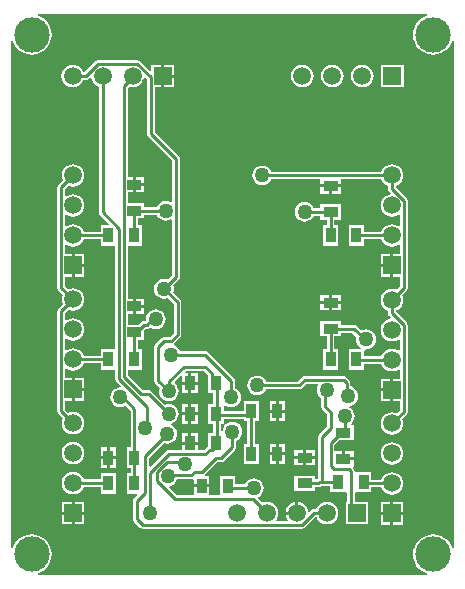
<source format=gbl>
G04*
G04 #@! TF.GenerationSoftware,Altium Limited,Altium Designer,22.7.1 (60)*
G04*
G04 Layer_Physical_Order=2*
G04 Layer_Color=16711680*
%FSAX44Y44*%
%MOMM*%
G71*
G04*
G04 #@! TF.SameCoordinates,3CFCEF84-9AD2-427F-86DD-3E0EAD2CE166*
G04*
G04*
G04 #@! TF.FilePolarity,Positive*
G04*
G01*
G75*
%ADD13C,0.2540*%
%ADD31R,1.3000X0.9000*%
%ADD42R,1.5000X1.5000*%
%ADD43C,1.5000*%
%ADD44R,1.5000X1.5000*%
%ADD45C,1.2700*%
%ADD46C,3.0000*%
%ADD47R,0.9000X1.3000*%
G36*
X00764779Y01136181D02*
X00763463Y01135782D01*
X00760510Y01134203D01*
X00757921Y01132079D01*
X00755797Y01129490D01*
X00754218Y01126537D01*
X00753246Y01123333D01*
X00752918Y01120000D01*
X00753246Y01116667D01*
X00754218Y01113463D01*
X00755797Y01110510D01*
X00757921Y01107921D01*
X00760510Y01105797D01*
X00763463Y01104218D01*
X00766667Y01103246D01*
X00770000Y01102918D01*
X00773333Y01103246D01*
X00776537Y01104218D01*
X00779490Y01105797D01*
X00782079Y01107921D01*
X00784203Y01110510D01*
X00785782Y01113463D01*
X00786181Y01114779D01*
X00787451Y01114591D01*
Y00685409D01*
X00786181Y00685221D01*
X00785782Y00686537D01*
X00784203Y00689490D01*
X00782079Y00692079D01*
X00779490Y00694203D01*
X00776537Y00695782D01*
X00773333Y00696754D01*
X00770000Y00697082D01*
X00766667Y00696754D01*
X00763463Y00695782D01*
X00760510Y00694203D01*
X00757921Y00692079D01*
X00755797Y00689490D01*
X00754218Y00686537D01*
X00753246Y00683333D01*
X00752918Y00680000D01*
X00753246Y00676667D01*
X00754218Y00673463D01*
X00755797Y00670510D01*
X00757921Y00667921D01*
X00760510Y00665797D01*
X00763463Y00664218D01*
X00764779Y00663819D01*
X00764591Y00662549D01*
X00435409D01*
X00435221Y00663819D01*
X00436537Y00664218D01*
X00439490Y00665797D01*
X00442079Y00667921D01*
X00444203Y00670510D01*
X00445782Y00673463D01*
X00446754Y00676667D01*
X00447082Y00680000D01*
X00446754Y00683333D01*
X00445782Y00686537D01*
X00444203Y00689490D01*
X00442079Y00692079D01*
X00439490Y00694203D01*
X00436537Y00695782D01*
X00433333Y00696754D01*
X00430000Y00697082D01*
X00426667Y00696754D01*
X00423463Y00695782D01*
X00420510Y00694203D01*
X00417921Y00692079D01*
X00415797Y00689490D01*
X00414218Y00686537D01*
X00413819Y00685221D01*
X00412549Y00685409D01*
Y01114591D01*
X00413819Y01114779D01*
X00414218Y01113463D01*
X00415797Y01110510D01*
X00417921Y01107921D01*
X00420510Y01105797D01*
X00423463Y01104218D01*
X00426667Y01103246D01*
X00430000Y01102918D01*
X00433333Y01103246D01*
X00436537Y01104218D01*
X00439490Y01105797D01*
X00442079Y01107921D01*
X00444203Y01110510D01*
X00445782Y01113463D01*
X00446754Y01116667D01*
X00447082Y01120000D01*
X00446754Y01123333D01*
X00445782Y01126537D01*
X00444203Y01129490D01*
X00442079Y01132079D01*
X00439490Y01134203D01*
X00436537Y01135782D01*
X00435221Y01136181D01*
X00435409Y01137451D01*
X00764591D01*
X00764779Y01136181D01*
D02*
G37*
%LPC*%
G36*
X00519550Y01098354D02*
X00485850D01*
X00484574Y01098100D01*
X00483492Y01097377D01*
X00474642Y01088527D01*
X00473364Y01088667D01*
X00472898Y01089791D01*
X00471376Y01091775D01*
X00469391Y01093298D01*
X00467080Y01094255D01*
X00464600Y01094582D01*
X00462120Y01094255D01*
X00459809Y01093298D01*
X00457825Y01091775D01*
X00456302Y01089791D01*
X00455345Y01087480D01*
X00455018Y01085000D01*
X00455345Y01082520D01*
X00456302Y01080209D01*
X00457825Y01078224D01*
X00459809Y01076702D01*
X00462120Y01075744D01*
X00464600Y01075418D01*
X00467080Y01075744D01*
X00469391Y01076702D01*
X00471376Y01078224D01*
X00472898Y01080209D01*
X00473535Y01081746D01*
X00475910D01*
X00477186Y01082000D01*
X00478268Y01082723D01*
X00479418Y01083873D01*
X00480620Y01083465D01*
X00480745Y01082520D01*
X00481702Y01080209D01*
X00483225Y01078224D01*
X00485209Y01076702D01*
X00486666Y01076098D01*
Y00969564D01*
X00486920Y00968288D01*
X00487643Y00967206D01*
X00495176Y00959673D01*
X00494689Y00958500D01*
X00488500D01*
Y00953334D01*
X00473902D01*
X00473298Y00954791D01*
X00471776Y00956776D01*
X00469791Y00958298D01*
X00467480Y00959256D01*
X00465000Y00959582D01*
X00462520Y00959256D01*
X00460209Y00958298D01*
X00459453Y00957718D01*
X00458314Y00958280D01*
Y00967120D01*
X00459453Y00967682D01*
X00460209Y00967102D01*
X00462520Y00966144D01*
X00465000Y00965818D01*
X00467480Y00966144D01*
X00469791Y00967102D01*
X00471776Y00968625D01*
X00473298Y00970609D01*
X00474255Y00972920D01*
X00474582Y00975400D01*
X00474255Y00977880D01*
X00473298Y00980191D01*
X00471776Y00982176D01*
X00469791Y00983698D01*
X00467480Y00984656D01*
X00465000Y00984982D01*
X00462520Y00984656D01*
X00460209Y00983698D01*
X00459453Y00983118D01*
X00458314Y00983680D01*
Y00989399D01*
X00461063Y00992148D01*
X00462520Y00991544D01*
X00465000Y00991218D01*
X00467480Y00991544D01*
X00469791Y00992502D01*
X00471776Y00994025D01*
X00473298Y00996009D01*
X00474255Y00998320D01*
X00474582Y01000800D01*
X00474255Y01003280D01*
X00473298Y01005591D01*
X00471776Y01007576D01*
X00469791Y01009098D01*
X00467480Y01010055D01*
X00465000Y01010382D01*
X00462520Y01010055D01*
X00460209Y01009098D01*
X00458225Y01007576D01*
X00456702Y01005591D01*
X00455745Y01003280D01*
X00455418Y01000800D01*
X00455745Y00998320D01*
X00456348Y00996863D01*
X00452622Y00993138D01*
X00451900Y00992056D01*
X00451646Y00990780D01*
Y00905820D01*
X00451900Y00904544D01*
X00452622Y00903463D01*
X00456348Y00899737D01*
X00455745Y00898280D01*
X00455418Y00895800D01*
X00455745Y00893320D01*
X00456348Y00891863D01*
X00452622Y00888138D01*
X00451900Y00887056D01*
X00451646Y00885780D01*
Y00801220D01*
X00451900Y00799944D01*
X00452622Y00798863D01*
X00456348Y00795137D01*
X00455745Y00793680D01*
X00455418Y00791200D01*
X00455745Y00788720D01*
X00456702Y00786409D01*
X00458225Y00784425D01*
X00460209Y00782902D01*
X00462520Y00781945D01*
X00465000Y00781618D01*
X00467480Y00781945D01*
X00469791Y00782902D01*
X00471776Y00784425D01*
X00473298Y00786409D01*
X00474255Y00788720D01*
X00474582Y00791200D01*
X00474255Y00793680D01*
X00473298Y00795991D01*
X00471776Y00797975D01*
X00469791Y00799498D01*
X00467480Y00800455D01*
X00465000Y00800782D01*
X00462520Y00800455D01*
X00461063Y00799852D01*
X00458314Y00802601D01*
Y00810100D01*
X00463730D01*
Y00819600D01*
Y00829100D01*
X00458314D01*
Y00836720D01*
X00459453Y00837282D01*
X00460209Y00836702D01*
X00462520Y00835745D01*
X00465000Y00835418D01*
X00467480Y00835745D01*
X00469791Y00836702D01*
X00471776Y00838225D01*
X00473298Y00840209D01*
X00473902Y00841666D01*
X00488500D01*
Y00836500D01*
X00500856D01*
Y00828354D01*
X00501110Y00827078D01*
X00501832Y00825997D01*
X00505263Y00822566D01*
X00504656Y00821377D01*
X00502820Y00821135D01*
X00500789Y00820294D01*
X00499045Y00818955D01*
X00497706Y00817211D01*
X00496865Y00815180D01*
X00496578Y00813000D01*
X00496865Y00810820D01*
X00497706Y00808789D01*
X00499045Y00807045D01*
X00500789Y00805706D01*
X00502820Y00804865D01*
X00505000Y00804578D01*
X00507180Y00804865D01*
X00509211Y00805706D01*
X00509419Y00805866D01*
X00513666Y00801619D01*
Y00770500D01*
X00510500D01*
Y00753500D01*
X00513666D01*
Y00748500D01*
X00510500D01*
Y00731500D01*
X00519126D01*
X00519612Y00730327D01*
X00516642Y00727357D01*
X00515920Y00726276D01*
X00515666Y00725000D01*
Y00710000D01*
X00515920Y00708724D01*
X00516642Y00707643D01*
X00521662Y00702622D01*
X00522744Y00701900D01*
X00524020Y00701646D01*
X00658750D01*
X00660026Y00701900D01*
X00661108Y00702622D01*
X00669958Y00711473D01*
X00671236Y00711333D01*
X00671702Y00710209D01*
X00673225Y00708224D01*
X00675209Y00706702D01*
X00677520Y00705744D01*
X00680000Y00705418D01*
X00682480Y00705744D01*
X00684791Y00706702D01*
X00686776Y00708224D01*
X00688298Y00710209D01*
X00689256Y00712520D01*
X00689582Y00715000D01*
X00689256Y00717480D01*
X00688298Y00719791D01*
X00686776Y00721775D01*
X00684791Y00723298D01*
X00682480Y00724255D01*
X00680000Y00724582D01*
X00677520Y00724255D01*
X00675209Y00723298D01*
X00673225Y00721775D01*
X00671702Y00719791D01*
X00671065Y00718254D01*
X00668690D01*
X00667414Y00718000D01*
X00666332Y00717277D01*
X00665182Y00716127D01*
X00663980Y00716535D01*
X00663856Y00717480D01*
X00662898Y00719791D01*
X00661376Y00721775D01*
X00659391Y00723298D01*
X00657080Y00724255D01*
X00655870Y00724415D01*
Y00715000D01*
X00654600D01*
Y00713730D01*
X00645185D01*
X00645345Y00712520D01*
X00646302Y00710209D01*
X00646882Y00709453D01*
X00646320Y00708314D01*
X00637480D01*
X00636918Y00709453D01*
X00637498Y00710209D01*
X00638456Y00712520D01*
X00638782Y00715000D01*
X00638456Y00717480D01*
X00637498Y00719791D01*
X00635975Y00721775D01*
X00633991Y00723298D01*
X00631680Y00724255D01*
X00629200Y00724582D01*
X00626720Y00724255D01*
X00625263Y00723652D01*
X00621603Y00727312D01*
X00621851Y00728557D01*
X00622211Y00728706D01*
X00623955Y00730045D01*
X00625294Y00731789D01*
X00626135Y00733820D01*
X00626422Y00736000D01*
X00626135Y00738180D01*
X00625294Y00740211D01*
X00623955Y00741955D01*
X00622211Y00743294D01*
X00620180Y00744135D01*
X00618000Y00744422D01*
X00615820Y00744135D01*
X00613789Y00743294D01*
X00612045Y00741955D01*
X00610706Y00740211D01*
X00610343Y00739334D01*
X00602500D01*
Y00746500D01*
X00589500D01*
Y00730334D01*
X00580500D01*
Y00736730D01*
X00567500D01*
Y00730334D01*
X00552859D01*
X00546550Y00736643D01*
X00546958Y00737845D01*
X00547191Y00737876D01*
X00549222Y00738717D01*
X00550966Y00740056D01*
X00552305Y00741800D01*
X00553086Y00743686D01*
X00565020D01*
X00566230Y00743927D01*
X00566312Y00743930D01*
X00567500Y00743217D01*
Y00739270D01*
X00580500D01*
Y00746500D01*
X00576934D01*
X00576560Y00747241D01*
X00576485Y00747770D01*
X00587027Y00758312D01*
X00590646D01*
X00591922Y00758566D01*
X00593004Y00759288D01*
X00602357Y00768642D01*
X00603080Y00769724D01*
X00603334Y00771000D01*
Y00776343D01*
X00604211Y00776706D01*
X00605955Y00778045D01*
X00607294Y00779789D01*
X00608135Y00781820D01*
X00608422Y00784000D01*
X00608135Y00786180D01*
X00607294Y00788211D01*
X00605955Y00789955D01*
X00604211Y00791294D01*
X00602180Y00792135D01*
X00600000Y00792422D01*
X00597820Y00792135D01*
X00595789Y00791294D01*
X00594045Y00789955D01*
X00592706Y00788211D01*
X00591865Y00786180D01*
X00591604Y00784198D01*
X00590334Y00784282D01*
Y00790500D01*
X00592500D01*
Y00794666D01*
X00609500D01*
Y00792500D01*
X00612666D01*
Y00773500D01*
X00609500D01*
Y00756500D01*
X00622500D01*
Y00773500D01*
X00619334D01*
Y00792500D01*
X00622500D01*
Y00809500D01*
X00609500D01*
Y00801334D01*
X00592500D01*
Y00805862D01*
X00593770Y00806488D01*
X00594789Y00805706D01*
X00596820Y00804865D01*
X00599000Y00804578D01*
X00601180Y00804865D01*
X00603211Y00805706D01*
X00604955Y00807045D01*
X00606294Y00808789D01*
X00607135Y00810820D01*
X00607422Y00813000D01*
X00607135Y00815180D01*
X00606294Y00817211D01*
X00604955Y00818955D01*
X00603211Y00820294D01*
X00602334Y00820657D01*
Y00826564D01*
X00602080Y00827840D01*
X00601357Y00828921D01*
X00578921Y00851357D01*
X00577840Y00852080D01*
X00576564Y00852334D01*
X00555657D01*
X00555294Y00853211D01*
X00553955Y00854955D01*
X00552211Y00856294D01*
X00550588Y00856966D01*
X00550351Y00858112D01*
X00550396Y00858365D01*
X00550616Y00858512D01*
X00555812Y00863708D01*
X00556535Y00864790D01*
X00556789Y00866066D01*
Y00893545D01*
X00556535Y00894821D01*
X00555812Y00895903D01*
X00549772Y00901943D01*
X00550135Y00902820D01*
X00550422Y00905000D01*
X00550135Y00907180D01*
X00549772Y00908057D01*
X00554598Y00912883D01*
X00555320Y00913964D01*
X00555574Y00915240D01*
Y01014828D01*
X00555320Y01016104D01*
X00554598Y01017186D01*
X00534114Y01037669D01*
Y01075500D01*
X00539530D01*
Y01085000D01*
Y01094500D01*
X00531300D01*
Y01089645D01*
X00530127Y01089159D01*
X00521908Y01097377D01*
X00520826Y01098100D01*
X00519550Y01098354D01*
D02*
G37*
G36*
X00550300Y01094500D02*
X00542070D01*
Y01086270D01*
X00550300D01*
Y01094500D01*
D02*
G37*
G36*
X00744900D02*
X00725900D01*
Y01075500D01*
X00744900D01*
Y01094500D01*
D02*
G37*
G36*
X00550300Y01083730D02*
X00542070D01*
Y01075500D01*
X00550300D01*
Y01083730D01*
D02*
G37*
G36*
X00710000Y01094582D02*
X00707520Y01094255D01*
X00705209Y01093298D01*
X00703225Y01091775D01*
X00701702Y01089791D01*
X00700744Y01087480D01*
X00700418Y01085000D01*
X00700744Y01082520D01*
X00701702Y01080209D01*
X00703225Y01078224D01*
X00705209Y01076702D01*
X00707520Y01075744D01*
X00710000Y01075418D01*
X00712480Y01075744D01*
X00714791Y01076702D01*
X00716776Y01078224D01*
X00718298Y01080209D01*
X00719256Y01082520D01*
X00719582Y01085000D01*
X00719256Y01087480D01*
X00718298Y01089791D01*
X00716776Y01091775D01*
X00714791Y01093298D01*
X00712480Y01094255D01*
X00710000Y01094582D01*
D02*
G37*
G36*
X00684600D02*
X00682120Y01094255D01*
X00679809Y01093298D01*
X00677825Y01091775D01*
X00676302Y01089791D01*
X00675344Y01087480D01*
X00675018Y01085000D01*
X00675344Y01082520D01*
X00676302Y01080209D01*
X00677825Y01078224D01*
X00679809Y01076702D01*
X00682120Y01075744D01*
X00684600Y01075418D01*
X00687080Y01075744D01*
X00689391Y01076702D01*
X00691376Y01078224D01*
X00692898Y01080209D01*
X00693856Y01082520D01*
X00694182Y01085000D01*
X00693856Y01087480D01*
X00692898Y01089791D01*
X00691376Y01091775D01*
X00689391Y01093298D01*
X00687080Y01094255D01*
X00684600Y01094582D01*
D02*
G37*
G36*
X00659200D02*
X00656720Y01094255D01*
X00654409Y01093298D01*
X00652425Y01091775D01*
X00650902Y01089791D01*
X00649945Y01087480D01*
X00649618Y01085000D01*
X00649945Y01082520D01*
X00650902Y01080209D01*
X00652425Y01078224D01*
X00654409Y01076702D01*
X00656720Y01075744D01*
X00659200Y01075418D01*
X00661680Y01075744D01*
X00663991Y01076702D01*
X00665975Y01078224D01*
X00667498Y01080209D01*
X00668456Y01082520D01*
X00668782Y01085000D01*
X00668456Y01087480D01*
X00667498Y01089791D01*
X00665975Y01091775D01*
X00663991Y01093298D01*
X00661680Y01094255D01*
X00659200Y01094582D01*
D02*
G37*
G36*
X00735000Y01010382D02*
X00732520Y01010055D01*
X00730209Y01009098D01*
X00728225Y01007576D01*
X00726702Y01005591D01*
X00726098Y01004134D01*
X00632857D01*
X00632494Y01005011D01*
X00631155Y01006755D01*
X00629411Y01008094D01*
X00627380Y01008935D01*
X00625200Y01009222D01*
X00623020Y01008935D01*
X00620989Y01008094D01*
X00619245Y01006755D01*
X00617906Y01005011D01*
X00617065Y01002980D01*
X00616778Y01000800D01*
X00617065Y00998620D01*
X00617906Y00996589D01*
X00619245Y00994845D01*
X00620989Y00993506D01*
X00623020Y00992665D01*
X00625200Y00992378D01*
X00627380Y00992665D01*
X00629411Y00993506D01*
X00631155Y00994845D01*
X00632494Y00996589D01*
X00632857Y00997466D01*
X00674500D01*
Y00993270D01*
X00683000D01*
X00691500D01*
Y00997466D01*
X00726098D01*
X00726702Y00996009D01*
X00728225Y00994025D01*
X00730209Y00992502D01*
X00731746Y00991865D01*
Y00989490D01*
X00732000Y00988214D01*
X00732723Y00987132D01*
X00733873Y00985982D01*
X00733465Y00984780D01*
X00732520Y00984656D01*
X00730209Y00983698D01*
X00728225Y00982176D01*
X00726702Y00980191D01*
X00725744Y00977880D01*
X00725418Y00975400D01*
X00725744Y00972920D01*
X00726702Y00970609D01*
X00728225Y00968625D01*
X00730209Y00967102D01*
X00732520Y00966144D01*
X00735000Y00965818D01*
X00737480Y00966144D01*
X00739791Y00967102D01*
X00740547Y00967682D01*
X00741686Y00967120D01*
Y00958280D01*
X00740547Y00957718D01*
X00739791Y00958298D01*
X00737480Y00959256D01*
X00735000Y00959582D01*
X00732520Y00959256D01*
X00730209Y00958298D01*
X00728225Y00956776D01*
X00726702Y00954791D01*
X00726098Y00953334D01*
X00711500D01*
Y00958500D01*
X00698500D01*
Y00941500D01*
X00711500D01*
Y00946666D01*
X00726098D01*
X00726702Y00945209D01*
X00728225Y00943225D01*
X00730209Y00941702D01*
X00732520Y00940744D01*
X00735000Y00940418D01*
X00737480Y00940744D01*
X00739791Y00941702D01*
X00740547Y00942282D01*
X00741686Y00941720D01*
Y00934100D01*
X00736270D01*
Y00924600D01*
Y00915100D01*
X00741686D01*
Y00906801D01*
X00738937Y00904052D01*
X00737480Y00904656D01*
X00735000Y00904982D01*
X00732520Y00904656D01*
X00730209Y00903698D01*
X00728225Y00902176D01*
X00726702Y00900191D01*
X00725744Y00897880D01*
X00725418Y00895400D01*
X00725744Y00892920D01*
X00726702Y00890609D01*
X00728225Y00888625D01*
X00730209Y00887102D01*
X00731746Y00886465D01*
Y00884090D01*
X00732000Y00882814D01*
X00732723Y00881732D01*
X00733873Y00880582D01*
X00733465Y00879380D01*
X00732520Y00879256D01*
X00730209Y00878298D01*
X00728225Y00876776D01*
X00726702Y00874791D01*
X00725744Y00872480D01*
X00725418Y00870000D01*
X00725744Y00867520D01*
X00726702Y00865209D01*
X00728225Y00863225D01*
X00730209Y00861702D01*
X00732520Y00860745D01*
X00735000Y00860418D01*
X00737480Y00860745D01*
X00739791Y00861702D01*
X00740547Y00862282D01*
X00741686Y00861720D01*
Y00852880D01*
X00740547Y00852318D01*
X00739791Y00852898D01*
X00737480Y00853856D01*
X00735000Y00854182D01*
X00732520Y00853856D01*
X00730209Y00852898D01*
X00728225Y00851376D01*
X00726702Y00849391D01*
X00726098Y00847934D01*
X00711500D01*
Y00852495D01*
X00712723Y00853615D01*
X00713000Y00853578D01*
X00715180Y00853865D01*
X00717211Y00854706D01*
X00718955Y00856045D01*
X00720294Y00857789D01*
X00721135Y00859820D01*
X00721422Y00862000D01*
X00721135Y00864180D01*
X00720294Y00866211D01*
X00718955Y00867955D01*
X00717211Y00869294D01*
X00715180Y00870135D01*
X00713000Y00870422D01*
X00710820Y00870135D01*
X00709236Y00869479D01*
X00705358Y00873357D01*
X00704276Y00874080D01*
X00703000Y00874334D01*
X00691500D01*
Y00877500D01*
X00674500D01*
Y00864500D01*
X00679666D01*
Y00853500D01*
X00676500D01*
Y00836500D01*
X00689500D01*
Y00853500D01*
X00686334D01*
Y00864500D01*
X00691500D01*
Y00867666D01*
X00701619D01*
X00704935Y00864350D01*
X00704865Y00864180D01*
X00704578Y00862000D01*
X00704865Y00859820D01*
X00705706Y00857789D01*
X00707045Y00856045D01*
X00708706Y00854770D01*
X00708711Y00854634D01*
X00708018Y00853500D01*
X00698500D01*
Y00836500D01*
X00711500D01*
Y00841266D01*
X00726098D01*
X00726702Y00839809D01*
X00728225Y00837825D01*
X00730209Y00836302D01*
X00732520Y00835345D01*
X00735000Y00835018D01*
X00737480Y00835345D01*
X00739791Y00836302D01*
X00740547Y00836882D01*
X00741686Y00836320D01*
Y00828700D01*
X00736270D01*
Y00819200D01*
Y00809700D01*
X00741686D01*
Y00802201D01*
X00738937Y00799452D01*
X00737480Y00800055D01*
X00735000Y00800382D01*
X00732520Y00800055D01*
X00730209Y00799098D01*
X00728225Y00797575D01*
X00726702Y00795591D01*
X00725744Y00793280D01*
X00725418Y00790800D01*
X00725744Y00788320D01*
X00726702Y00786009D01*
X00728225Y00784025D01*
X00730209Y00782502D01*
X00732520Y00781544D01*
X00735000Y00781218D01*
X00737480Y00781544D01*
X00739791Y00782502D01*
X00741776Y00784025D01*
X00743298Y00786009D01*
X00744256Y00788320D01*
X00744582Y00790800D01*
X00744256Y00793280D01*
X00743652Y00794737D01*
X00747378Y00798463D01*
X00748100Y00799544D01*
X00748354Y00800820D01*
Y00874150D01*
X00748100Y00875426D01*
X00747378Y00876508D01*
X00738527Y00885358D01*
X00738667Y00886636D01*
X00739791Y00887102D01*
X00741776Y00888625D01*
X00743298Y00890609D01*
X00744256Y00892920D01*
X00744582Y00895400D01*
X00744256Y00897880D01*
X00743652Y00899337D01*
X00747378Y00903063D01*
X00748100Y00904144D01*
X00748354Y00905420D01*
Y00979550D01*
X00748100Y00980826D01*
X00747378Y00981908D01*
X00738527Y00990758D01*
X00738667Y00992036D01*
X00739791Y00992502D01*
X00741776Y00994025D01*
X00743298Y00996009D01*
X00744256Y00998320D01*
X00744582Y01000800D01*
X00744256Y01003280D01*
X00743298Y01005591D01*
X00741776Y01007576D01*
X00739791Y01009098D01*
X00737480Y01010055D01*
X00735000Y01010382D01*
D02*
G37*
G36*
X00691500Y00990730D02*
X00684270D01*
Y00985500D01*
X00691500D01*
Y00990730D01*
D02*
G37*
G36*
X00681730D02*
X00674500D01*
Y00985500D01*
X00681730D01*
Y00990730D01*
D02*
G37*
G36*
X00661000Y00978422D02*
X00658820Y00978135D01*
X00656789Y00977294D01*
X00655045Y00975955D01*
X00653706Y00974211D01*
X00652865Y00972180D01*
X00652578Y00970000D01*
X00652865Y00967820D01*
X00653706Y00965789D01*
X00655045Y00964045D01*
X00656789Y00962706D01*
X00658820Y00961865D01*
X00661000Y00961578D01*
X00663180Y00961865D01*
X00665211Y00962706D01*
X00666955Y00964045D01*
X00668294Y00965789D01*
X00668657Y00966666D01*
X00674500D01*
Y00963500D01*
X00679666D01*
Y00958500D01*
X00676500D01*
Y00941500D01*
X00689500D01*
Y00958500D01*
X00686334D01*
Y00963500D01*
X00691500D01*
Y00976500D01*
X00674500D01*
Y00973334D01*
X00668657D01*
X00668294Y00974211D01*
X00666955Y00975955D01*
X00665211Y00977294D01*
X00663180Y00978135D01*
X00661000Y00978422D01*
D02*
G37*
G36*
X00733730Y00934100D02*
X00725500D01*
Y00925870D01*
X00733730D01*
Y00934100D01*
D02*
G37*
G36*
Y00923330D02*
X00725500D01*
Y00915100D01*
X00733730D01*
Y00923330D01*
D02*
G37*
G36*
X00691500Y00899500D02*
X00684270D01*
Y00894270D01*
X00691500D01*
Y00899500D01*
D02*
G37*
G36*
X00681730D02*
X00674500D01*
Y00894270D01*
X00681730D01*
Y00899500D01*
D02*
G37*
G36*
X00691500Y00891730D02*
X00684270D01*
Y00886500D01*
X00691500D01*
Y00891730D01*
D02*
G37*
G36*
X00681730D02*
X00674500D01*
Y00886500D01*
X00681730D01*
Y00891730D01*
D02*
G37*
G36*
X00474500Y00829100D02*
X00466270D01*
Y00820870D01*
X00474500D01*
Y00829100D01*
D02*
G37*
G36*
X00733730Y00828700D02*
X00725500D01*
Y00820470D01*
X00733730D01*
Y00828700D01*
D02*
G37*
G36*
X00474500Y00818330D02*
X00466270D01*
Y00810100D01*
X00474500D01*
Y00818330D01*
D02*
G37*
G36*
X00733730Y00817930D02*
X00725500D01*
Y00809700D01*
X00733730D01*
Y00817930D01*
D02*
G37*
G36*
X00644500Y00809500D02*
X00639270D01*
Y00802270D01*
X00644500D01*
Y00809500D01*
D02*
G37*
G36*
X00636730D02*
X00631500D01*
Y00802270D01*
X00636730D01*
Y00809500D01*
D02*
G37*
G36*
X00644500Y00799730D02*
X00639270D01*
Y00792500D01*
X00644500D01*
Y00799730D01*
D02*
G37*
G36*
X00636730D02*
X00631500D01*
Y00792500D01*
X00636730D01*
Y00799730D01*
D02*
G37*
G36*
X00644500Y00773500D02*
X00639270D01*
Y00766270D01*
X00644500D01*
Y00773500D01*
D02*
G37*
G36*
X00636730D02*
X00631500D01*
Y00766270D01*
X00636730D01*
Y00773500D01*
D02*
G37*
G36*
X00669500Y00768500D02*
X00662270D01*
Y00763270D01*
X00669500D01*
Y00768500D01*
D02*
G37*
G36*
X00501500Y00770500D02*
X00496270D01*
Y00763270D01*
X00501500D01*
Y00770500D01*
D02*
G37*
G36*
X00493730D02*
X00488500D01*
Y00763270D01*
X00493730D01*
Y00770500D01*
D02*
G37*
G36*
X00659730Y00768500D02*
X00652500D01*
Y00763270D01*
X00659730D01*
Y00768500D01*
D02*
G37*
G36*
X00702500Y00767500D02*
X00695270D01*
Y00762270D01*
X00702500D01*
Y00767500D01*
D02*
G37*
G36*
X00644500Y00763730D02*
X00639270D01*
Y00756500D01*
X00644500D01*
Y00763730D01*
D02*
G37*
G36*
X00636730D02*
X00631500D01*
Y00756500D01*
X00636730D01*
Y00763730D01*
D02*
G37*
G36*
X00465000Y00775382D02*
X00462520Y00775055D01*
X00460209Y00774098D01*
X00458225Y00772575D01*
X00456702Y00770591D01*
X00455745Y00768280D01*
X00455418Y00765800D01*
X00455745Y00763320D01*
X00456702Y00761009D01*
X00458225Y00759025D01*
X00460209Y00757502D01*
X00462520Y00756544D01*
X00465000Y00756218D01*
X00467480Y00756544D01*
X00469791Y00757502D01*
X00471776Y00759025D01*
X00473298Y00761009D01*
X00474255Y00763320D01*
X00474582Y00765800D01*
X00474255Y00768280D01*
X00473298Y00770591D01*
X00471776Y00772575D01*
X00469791Y00774098D01*
X00467480Y00775055D01*
X00465000Y00775382D01*
D02*
G37*
G36*
X00735000Y00774982D02*
X00732520Y00774655D01*
X00730209Y00773698D01*
X00728225Y00772175D01*
X00726702Y00770191D01*
X00725744Y00767880D01*
X00725418Y00765400D01*
X00725744Y00762920D01*
X00726702Y00760609D01*
X00728225Y00758624D01*
X00730209Y00757102D01*
X00732520Y00756144D01*
X00735000Y00755818D01*
X00737480Y00756144D01*
X00739791Y00757102D01*
X00741776Y00758624D01*
X00743298Y00760609D01*
X00744256Y00762920D01*
X00744582Y00765400D01*
X00744256Y00767880D01*
X00743298Y00770191D01*
X00741776Y00772175D01*
X00739791Y00773698D01*
X00737480Y00774655D01*
X00735000Y00774982D01*
D02*
G37*
G36*
X00669500Y00760730D02*
X00662270D01*
Y00755500D01*
X00669500D01*
Y00760730D01*
D02*
G37*
G36*
X00659730D02*
X00652500D01*
Y00755500D01*
X00659730D01*
Y00760730D01*
D02*
G37*
G36*
X00501500D02*
X00496270D01*
Y00753500D01*
X00501500D01*
Y00760730D01*
D02*
G37*
G36*
X00493730D02*
X00488500D01*
Y00753500D01*
X00493730D01*
Y00760730D01*
D02*
G37*
G36*
X00621000Y00831422D02*
X00618820Y00831135D01*
X00616789Y00830294D01*
X00615045Y00828955D01*
X00613706Y00827211D01*
X00612865Y00825180D01*
X00612578Y00823000D01*
X00612865Y00820820D01*
X00613706Y00818789D01*
X00615045Y00817045D01*
X00616789Y00815706D01*
X00618820Y00814865D01*
X00621000Y00814578D01*
X00623180Y00814865D01*
X00625211Y00815706D01*
X00626955Y00817045D01*
X00628294Y00818789D01*
X00628657Y00819666D01*
X00656505D01*
X00657781Y00819920D01*
X00658862Y00820642D01*
X00662756Y00824536D01*
X00672287D01*
X00672849Y00823397D01*
X00672706Y00823211D01*
X00671865Y00821180D01*
X00671578Y00819000D01*
X00671865Y00816820D01*
X00672706Y00814789D01*
X00674045Y00813045D01*
X00675143Y00812202D01*
Y00804709D01*
X00675397Y00803433D01*
X00676119Y00802352D01*
X00679666Y00798805D01*
Y00787945D01*
X00673643Y00781921D01*
X00672920Y00780840D01*
X00672666Y00779564D01*
Y00744268D01*
X00671724Y00744080D01*
X00671338Y00743822D01*
X00669500D01*
Y00746500D01*
X00652500D01*
Y00733500D01*
X00669500D01*
Y00737154D01*
X00673000D01*
X00674276Y00737408D01*
X00674662Y00737666D01*
X00682500D01*
Y00732500D01*
X00695500D01*
Y00732500D01*
X00696666Y00732249D01*
Y00724500D01*
X00695900D01*
Y00705500D01*
X00714900D01*
Y00724500D01*
X00703334D01*
Y00732249D01*
X00704500Y00732500D01*
X00704604Y00732500D01*
X00717500D01*
Y00736666D01*
X00726098D01*
X00726702Y00735209D01*
X00728225Y00733224D01*
X00730209Y00731702D01*
X00732520Y00730744D01*
X00735000Y00730418D01*
X00737480Y00730744D01*
X00739791Y00731702D01*
X00741776Y00733224D01*
X00743298Y00735209D01*
X00744256Y00737520D01*
X00744582Y00740000D01*
X00744256Y00742480D01*
X00743298Y00744791D01*
X00741776Y00746775D01*
X00739791Y00748298D01*
X00737480Y00749255D01*
X00735000Y00749582D01*
X00732520Y00749255D01*
X00730209Y00748298D01*
X00728225Y00746775D01*
X00726702Y00744791D01*
X00726098Y00743334D01*
X00717500D01*
Y00749500D01*
X00704604D01*
X00704500Y00749500D01*
X00703334Y00749751D01*
Y00750512D01*
X00703080Y00751788D01*
X00702357Y00752870D01*
X00701997Y00753230D01*
X00702500Y00754500D01*
X00702500D01*
Y00759730D01*
X00694000D01*
Y00761000D01*
X00692730D01*
Y00767500D01*
X00686334D01*
Y00772619D01*
X00690215Y00776500D01*
X00702500D01*
Y00789500D01*
X00701028D01*
X00700597Y00790770D01*
X00700955Y00791045D01*
X00702294Y00792789D01*
X00703135Y00794820D01*
X00703422Y00797000D01*
X00703135Y00799180D01*
X00702294Y00801211D01*
X00700955Y00802955D01*
X00699211Y00804294D01*
X00698913Y00804417D01*
X00699085Y00805721D01*
X00700180Y00805865D01*
X00702211Y00806706D01*
X00703955Y00808045D01*
X00705294Y00809789D01*
X00706135Y00811820D01*
X00706422Y00814000D01*
X00706135Y00816180D01*
X00705294Y00818211D01*
X00703955Y00819955D01*
X00702211Y00821294D01*
X00700180Y00822135D01*
X00699904Y00822171D01*
Y00825430D01*
X00699650Y00826706D01*
X00698928Y00827788D01*
X00696488Y00830228D01*
X00695406Y00830950D01*
X00694130Y00831204D01*
X00661375D01*
X00660099Y00830950D01*
X00659017Y00830228D01*
X00655124Y00826334D01*
X00628657D01*
X00628294Y00827211D01*
X00626955Y00828955D01*
X00625211Y00830294D01*
X00623180Y00831135D01*
X00621000Y00831422D01*
D02*
G37*
G36*
X00465000Y00749982D02*
X00462520Y00749655D01*
X00460209Y00748698D01*
X00458225Y00747175D01*
X00456702Y00745191D01*
X00455745Y00742880D01*
X00455418Y00740400D01*
X00455745Y00737920D01*
X00456702Y00735609D01*
X00458225Y00733624D01*
X00460209Y00732102D01*
X00462520Y00731144D01*
X00465000Y00730818D01*
X00467480Y00731144D01*
X00469791Y00732102D01*
X00471776Y00733624D01*
X00473298Y00735609D01*
X00473902Y00737066D01*
X00488500D01*
Y00731500D01*
X00501500D01*
Y00748500D01*
X00488500D01*
Y00743734D01*
X00473902D01*
X00473298Y00745191D01*
X00471776Y00747175D01*
X00469791Y00748698D01*
X00467480Y00749655D01*
X00465000Y00749982D01*
D02*
G37*
G36*
X00653330Y00724415D02*
X00652120Y00724255D01*
X00649809Y00723298D01*
X00647825Y00721775D01*
X00646302Y00719791D01*
X00645345Y00717480D01*
X00645185Y00716270D01*
X00653330D01*
Y00724415D01*
D02*
G37*
G36*
X00474500Y00724500D02*
X00466270D01*
Y00716270D01*
X00474500D01*
Y00724500D01*
D02*
G37*
G36*
X00463730D02*
X00455500D01*
Y00716270D01*
X00463730D01*
Y00724500D01*
D02*
G37*
G36*
X00744500Y00724100D02*
X00736270D01*
Y00715870D01*
X00744500D01*
Y00724100D01*
D02*
G37*
G36*
X00733730D02*
X00725500D01*
Y00715870D01*
X00733730D01*
Y00724100D01*
D02*
G37*
G36*
X00474500Y00713730D02*
X00466270D01*
Y00705500D01*
X00474500D01*
Y00713730D01*
D02*
G37*
G36*
X00463730D02*
X00455500D01*
Y00705500D01*
X00463730D01*
Y00713730D01*
D02*
G37*
G36*
X00744500Y00713330D02*
X00736270D01*
Y00705100D01*
X00744500D01*
Y00713330D01*
D02*
G37*
G36*
X00733730D02*
X00725500D01*
Y00705100D01*
X00733730D01*
Y00713330D01*
D02*
G37*
%LPD*%
G36*
X00527446Y01082409D02*
Y01036288D01*
X00527700Y01035012D01*
X00528423Y01033931D01*
X00548906Y01013447D01*
Y00978713D01*
X00547767Y00978151D01*
X00547581Y00978294D01*
X00545550Y00979135D01*
X00543370Y00979422D01*
X00541190Y00979135D01*
X00539159Y00978294D01*
X00537415Y00976955D01*
X00536076Y00975211D01*
X00535713Y00974334D01*
X00525500D01*
Y00977500D01*
X00511314D01*
Y00986500D01*
X00515730D01*
Y00993000D01*
Y00999500D01*
X00511314D01*
Y01075044D01*
X00512280Y01076010D01*
X00512920Y01075744D01*
X00515400Y01075418D01*
X00517880Y01075744D01*
X00520191Y01076702D01*
X00522175Y01078224D01*
X00523698Y01080209D01*
X00524655Y01082520D01*
X00524780Y01083465D01*
X00525982Y01083873D01*
X00527446Y01082409D01*
D02*
G37*
G36*
X00488500Y00941500D02*
X00500856D01*
Y00853500D01*
X00488500D01*
Y00848334D01*
X00473902D01*
X00473298Y00849791D01*
X00471776Y00851776D01*
X00469791Y00853298D01*
X00467480Y00854256D01*
X00465000Y00854582D01*
X00462520Y00854256D01*
X00460209Y00853298D01*
X00459453Y00852718D01*
X00458314Y00853280D01*
Y00862120D01*
X00459453Y00862682D01*
X00460209Y00862102D01*
X00462520Y00861145D01*
X00465000Y00860818D01*
X00467480Y00861145D01*
X00469791Y00862102D01*
X00471776Y00863625D01*
X00473298Y00865609D01*
X00474255Y00867920D01*
X00474582Y00870400D01*
X00474255Y00872880D01*
X00473298Y00875191D01*
X00471776Y00877176D01*
X00469791Y00878698D01*
X00467480Y00879656D01*
X00465000Y00879982D01*
X00462520Y00879656D01*
X00460209Y00878698D01*
X00459453Y00878118D01*
X00458314Y00878680D01*
Y00884399D01*
X00461063Y00887148D01*
X00462520Y00886545D01*
X00465000Y00886218D01*
X00467480Y00886545D01*
X00469791Y00887502D01*
X00471776Y00889025D01*
X00473298Y00891009D01*
X00474255Y00893320D01*
X00474582Y00895800D01*
X00474255Y00898280D01*
X00473298Y00900591D01*
X00471776Y00902576D01*
X00469791Y00904098D01*
X00467480Y00905055D01*
X00465000Y00905382D01*
X00462520Y00905055D01*
X00461063Y00904452D01*
X00458314Y00907201D01*
Y00915100D01*
X00463730D01*
Y00924600D01*
Y00934100D01*
X00458314D01*
Y00941720D01*
X00459453Y00942282D01*
X00460209Y00941702D01*
X00462520Y00940744D01*
X00465000Y00940418D01*
X00467480Y00940744D01*
X00469791Y00941702D01*
X00471776Y00943225D01*
X00473298Y00945209D01*
X00473902Y00946666D01*
X00488500D01*
Y00941500D01*
D02*
G37*
G36*
X00536076Y00966789D02*
X00537415Y00965045D01*
X00539159Y00963706D01*
X00541190Y00962865D01*
X00543370Y00962578D01*
X00545550Y00962865D01*
X00547581Y00963706D01*
X00547767Y00963849D01*
X00548906Y00963287D01*
Y00916621D01*
X00545057Y00912772D01*
X00544180Y00913135D01*
X00542000Y00913422D01*
X00539820Y00913135D01*
X00537789Y00912294D01*
X00536045Y00910955D01*
X00534706Y00909211D01*
X00533865Y00907180D01*
X00533578Y00905000D01*
X00533865Y00902820D01*
X00534706Y00900789D01*
X00536045Y00899045D01*
X00537789Y00897706D01*
X00539820Y00896865D01*
X00542000Y00896578D01*
X00544180Y00896865D01*
X00545057Y00897228D01*
X00550121Y00892164D01*
Y00867447D01*
X00546878Y00864204D01*
X00542326D01*
X00541050Y00863950D01*
X00539968Y00863228D01*
X00534772Y00858032D01*
X00534050Y00856950D01*
X00533796Y00855674D01*
Y00826870D01*
X00534050Y00825594D01*
X00534772Y00824512D01*
X00538228Y00821057D01*
X00537865Y00820180D01*
X00537578Y00818000D01*
X00537865Y00815820D01*
X00538706Y00813789D01*
X00540045Y00812045D01*
X00541789Y00810706D01*
X00543820Y00809865D01*
X00546000Y00809578D01*
X00548180Y00809865D01*
X00550211Y00810706D01*
X00551955Y00812045D01*
X00553294Y00813789D01*
X00554135Y00815820D01*
X00554422Y00818000D01*
X00554135Y00820180D01*
X00553294Y00822211D01*
X00551955Y00823955D01*
X00551113Y00824602D01*
X00551002Y00826287D01*
X00556327Y00831612D01*
X00557500Y00831126D01*
Y00826270D01*
X00562730D01*
Y00833500D01*
X00559874D01*
X00559388Y00834673D01*
X00560381Y00835666D01*
X00575619D01*
X00579500Y00831785D01*
Y00816500D01*
X00583666D01*
Y00807500D01*
X00579500D01*
Y00790500D01*
X00583666D01*
Y00782500D01*
X00579500D01*
Y00771851D01*
X00579494Y00771850D01*
X00578413Y00771127D01*
X00575599Y00768314D01*
X00570500D01*
Y00772730D01*
X00557500D01*
Y00768314D01*
X00546076D01*
X00544800Y00768060D01*
X00543718Y00767337D01*
X00530717Y00754336D01*
X00529544Y00754822D01*
Y00761829D01*
X00541903Y00774189D01*
X00542584Y00773907D01*
X00544764Y00773620D01*
X00546944Y00773907D01*
X00548975Y00774748D01*
X00550719Y00776087D01*
X00552057Y00777831D01*
X00552899Y00779862D01*
X00553186Y00782042D01*
X00552899Y00784221D01*
X00552057Y00786253D01*
X00550719Y00787997D01*
X00548975Y00789335D01*
X00548328Y00789603D01*
X00548247Y00790294D01*
X00548390Y00790952D01*
X00550211Y00791706D01*
X00551955Y00793045D01*
X00553294Y00794789D01*
X00554135Y00796820D01*
X00554422Y00799000D01*
X00554135Y00801180D01*
X00553294Y00803211D01*
X00551955Y00804955D01*
X00550211Y00806294D01*
X00548180Y00807135D01*
X00546000Y00807422D01*
X00543820Y00807135D01*
X00542943Y00806772D01*
X00531923Y00817792D01*
X00530842Y00818514D01*
X00529566Y00818768D01*
X00523851D01*
X00511314Y00831305D01*
Y00836500D01*
X00523500D01*
Y00853500D01*
X00520334D01*
Y00861500D01*
X00525500D01*
Y00869785D01*
X00526648Y00870933D01*
X00527518D01*
X00528794Y00871187D01*
X00529875Y00871909D01*
X00530157Y00872191D01*
X00530789Y00871706D01*
X00532820Y00870865D01*
X00535000Y00870578D01*
X00537180Y00870865D01*
X00539211Y00871706D01*
X00540955Y00873045D01*
X00542294Y00874789D01*
X00543135Y00876820D01*
X00543422Y00879000D01*
X00543135Y00881180D01*
X00542294Y00883211D01*
X00540955Y00884955D01*
X00539211Y00886294D01*
X00537180Y00887135D01*
X00535000Y00887422D01*
X00532820Y00887135D01*
X00530789Y00886294D01*
X00529045Y00884955D01*
X00527706Y00883211D01*
X00526865Y00881180D01*
X00526578Y00879000D01*
X00526621Y00878670D01*
X00525653Y00877601D01*
X00525267D01*
X00523991Y00877347D01*
X00522910Y00876625D01*
X00520785Y00874500D01*
X00511314D01*
Y00883500D01*
X00515730D01*
Y00890000D01*
Y00896500D01*
X00511314D01*
Y00941500D01*
X00523500D01*
Y00958500D01*
X00520334D01*
Y00964500D01*
X00525500D01*
Y00967666D01*
X00535713D01*
X00536076Y00966789D01*
D02*
G37*
%LPC*%
G36*
X00525500Y00999500D02*
X00518270D01*
Y00994270D01*
X00525500D01*
Y00999500D01*
D02*
G37*
G36*
Y00991730D02*
X00518270D01*
Y00986500D01*
X00525500D01*
Y00991730D01*
D02*
G37*
G36*
X00474500Y00934100D02*
X00466270D01*
Y00925870D01*
X00474500D01*
Y00934100D01*
D02*
G37*
G36*
Y00923330D02*
X00466270D01*
Y00915100D01*
X00474500D01*
Y00923330D01*
D02*
G37*
G36*
X00525500Y00896500D02*
X00518270D01*
Y00891270D01*
X00525500D01*
Y00896500D01*
D02*
G37*
G36*
Y00888730D02*
X00518270D01*
Y00883500D01*
X00525500D01*
Y00888730D01*
D02*
G37*
G36*
X00570500Y00833500D02*
X00565270D01*
Y00826270D01*
X00570500D01*
Y00833500D01*
D02*
G37*
G36*
Y00823730D02*
X00565270D01*
Y00816500D01*
X00570500D01*
Y00823730D01*
D02*
G37*
G36*
X00562730D02*
X00557500D01*
Y00816500D01*
X00562730D01*
Y00823730D01*
D02*
G37*
G36*
X00570500Y00807500D02*
X00565270D01*
Y00800270D01*
X00570500D01*
Y00807500D01*
D02*
G37*
G36*
X00562730D02*
X00557500D01*
Y00800270D01*
X00562730D01*
Y00807500D01*
D02*
G37*
G36*
X00570500Y00797730D02*
X00565270D01*
Y00790500D01*
X00570500D01*
Y00797730D01*
D02*
G37*
G36*
X00562730D02*
X00557500D01*
Y00790500D01*
X00562730D01*
Y00797730D01*
D02*
G37*
G36*
X00570500Y00782500D02*
X00565270D01*
Y00775270D01*
X00570500D01*
Y00782500D01*
D02*
G37*
G36*
X00562730D02*
X00557500D01*
Y00775270D01*
X00562730D01*
Y00782500D01*
D02*
G37*
%LPD*%
D13*
X00599000Y00813000D02*
Y00826564D01*
X00576564Y00849000D02*
X00599000Y00826564D01*
X00661375Y00827870D02*
X00694130D01*
X00621000Y00823000D02*
X00656505D01*
X00661375Y00827870D01*
X00696570Y00815430D02*
X00698000Y00814000D01*
X00694130Y00827870D02*
X00696570Y00825430D01*
Y00815430D02*
Y00825430D01*
X00525267Y00874267D02*
X00527518D01*
X00532251Y00879000D02*
X00535000D01*
X00527518Y00874267D02*
X00532251Y00879000D01*
X00519000Y00868000D02*
X00525267Y00874267D01*
X00678477Y00804709D02*
X00683000Y00800186D01*
X00678477Y00804709D02*
Y00817477D01*
X00683000Y00786564D02*
Y00800186D01*
X00678477Y00817477D02*
X00680000Y00819000D01*
X00695000Y00784000D02*
Y00797000D01*
X00694000Y00783000D02*
X00695000Y00784000D01*
X00546644Y00826644D02*
X00559000Y00839000D01*
X00577000D01*
X00546000Y00818000D02*
X00546644Y00818644D01*
Y00826644D01*
X00582846Y00828154D02*
Y00833154D01*
X00577000Y00839000D02*
X00582846Y00833154D01*
Y00828154D02*
X00586000Y00825000D01*
X00587000Y00799000D02*
Y00824349D01*
X00537130Y00826870D02*
X00546000Y00818000D01*
X00548000Y00849000D02*
X00576564D01*
X00517000Y00868000D02*
X00519000D01*
X00507000Y00813000D02*
X00517000Y00803000D01*
X00505000Y00813000D02*
X00507000D01*
X00576980Y00764980D02*
X00580770Y00768770D01*
X00546076Y00764980D02*
X00576980D01*
X00530000Y00748904D02*
X00546076Y00764980D01*
X00545011Y00746011D02*
X00546020Y00747020D01*
X00565020D02*
X00568000Y00750000D01*
X00558110Y00758000D02*
X00560000Y00756110D01*
X00544456Y00758000D02*
X00558110D01*
X00546020Y00747020D02*
X00565020D01*
X00568000Y00750000D02*
X00574000D01*
X00585646Y00761646D02*
X00590646D01*
X00574000Y00750000D02*
X00585646Y00761646D01*
X00590646D02*
X00600000Y00771000D01*
Y00784000D01*
X00551478Y00727000D02*
X00617200D01*
X00536141Y00742337D02*
X00551478Y00727000D01*
X00536141Y00742337D02*
Y00749685D01*
X00544456Y00758000D01*
X00582770Y00768770D02*
X00586000Y00772000D01*
Y00774000D01*
X00580770Y00768770D02*
X00582770D01*
X00587000Y00776000D02*
Y00798000D01*
X00519000Y00725000D02*
X00526210Y00732210D01*
Y00763210D02*
X00544764Y00781764D01*
X00526210Y00732210D02*
Y00763210D01*
X00530000Y00715000D02*
Y00748904D01*
X00524020Y00704980D02*
X00658750D01*
X00519000Y00710000D02*
Y00725000D01*
Y00710000D02*
X00524020Y00704980D01*
X00544764Y00781764D02*
Y00782042D01*
X00597000Y00738000D02*
X00599000Y00736000D01*
X00618000D01*
X00683000Y00755000D02*
X00686000Y00752000D01*
X00698512D01*
X00683000Y00755000D02*
Y00774000D01*
X00692000Y00783000D01*
X00676000Y00742000D02*
X00677000Y00741000D01*
X00689000D01*
X00673000D02*
X00676000D01*
X00677000D01*
X00676000Y00742000D02*
Y00779564D01*
X00683000Y00786564D01*
X00692000Y00783000D02*
X00694000D01*
X00700000Y00720400D02*
Y00750512D01*
X00698512Y00752000D02*
X00700000Y00750512D01*
Y00720400D02*
X00705400Y00715000D01*
X00552240Y00915240D02*
Y01014828D01*
X00542000Y00905000D02*
X00553455Y00893545D01*
X00542000Y00905000D02*
X00552240Y00915240D01*
X00553455Y00866066D02*
Y00893545D01*
X00537130Y00826870D02*
Y00855674D01*
X00542326Y00860870D01*
X00548259D01*
X00553455Y00866066D01*
X00625200Y01000800D02*
X00735000D01*
X00617200Y00727000D02*
X00629200Y00715000D01*
X00658750Y00704980D02*
X00668690Y00714920D01*
X00679920D01*
X00680000Y00715000D01*
X00507980Y00829924D02*
X00522470Y00815434D01*
X00529566D02*
X00546000Y00799000D01*
X00522470Y00815434D02*
X00529566D01*
X00504190Y00828354D02*
Y00955374D01*
X00507980Y00829924D02*
Y01076425D01*
X00504190Y00828354D02*
X00527944Y00804600D01*
X00526000Y00787000D02*
X00527944Y00788944D01*
Y00804600D01*
X00517000Y00762000D02*
Y00803000D01*
X00616000Y00770000D02*
Y00798178D01*
X00588000Y00798000D02*
X00616000D01*
X00587000Y00799000D02*
X00588000Y00798000D01*
X00517000Y00971000D02*
X00543370D01*
X00530780Y01036288D02*
Y01083790D01*
Y01036288D02*
X00552240Y01014828D01*
X00519550Y01095020D02*
X00530780Y01083790D01*
X00485850Y01095020D02*
X00519550D01*
X00475910Y01085080D02*
X00485850Y01095020D01*
X00464680Y01085080D02*
X00475910D01*
X00464600Y01085000D02*
X00464680Y01085080D01*
X00490000Y00969564D02*
Y01085000D01*
X00515400Y01083845D02*
Y01085000D01*
X00507980Y01076425D02*
X00515400Y01083845D01*
X00490000Y00969564D02*
X00504190Y00955374D01*
X00454980Y00990780D02*
X00465000Y01000800D01*
X00454980Y00905820D02*
Y00990780D01*
Y00905820D02*
X00465000Y00895800D01*
X00454980Y00885780D02*
X00465000Y00895800D01*
X00454980Y00801220D02*
Y00885780D01*
Y00801220D02*
X00465000Y00791200D01*
X00735000Y00895400D02*
X00735080Y00895320D01*
Y00884090D02*
Y00895320D01*
Y00884090D02*
X00745020Y00874150D01*
Y00800820D02*
Y00874150D01*
X00735000Y00790800D02*
X00745020Y00800820D01*
Y00905420D02*
Y00979550D01*
X00735000Y00895400D02*
X00745020Y00905420D01*
X00735000Y01000800D02*
X00735080Y01000720D01*
Y00989490D02*
Y01000720D01*
Y00989490D02*
X00745020Y00979550D01*
X00656398Y00739000D02*
X00657886Y00740488D01*
X00673000D01*
X00683000Y00845000D02*
Y00871000D01*
Y00843000D02*
Y00845000D01*
X00703000Y00871000D02*
X00711000Y00863000D01*
X00683000Y00871000D02*
X00703000D01*
X00661000Y00970000D02*
X00683000D01*
Y00950000D02*
Y00970000D01*
X00656000Y00741000D02*
X00658000Y00743000D01*
X00517000Y00950000D02*
Y00971000D01*
Y00845000D02*
Y00868000D01*
Y00740000D02*
Y00761000D01*
X00465000Y00740400D02*
X00494600D01*
X00495000Y00740000D01*
X00465000Y00845000D02*
X00495000D01*
X00465000Y00950000D02*
X00495000D01*
X00705000D02*
X00735000D01*
X00705400Y00844600D02*
X00735000D01*
X00705000Y00845000D02*
X00705400Y00844600D01*
X00712000Y00740000D02*
X00735000D01*
X00711000Y00741000D02*
X00712000Y00740000D01*
D31*
X00683000Y00970000D02*
D03*
Y00992000D02*
D03*
X00517000Y00971000D02*
D03*
Y00993000D02*
D03*
Y00868000D02*
D03*
Y00890000D02*
D03*
X00694000Y00761000D02*
D03*
Y00783000D02*
D03*
X00661000Y00740000D02*
D03*
Y00762000D02*
D03*
X00683000Y00871000D02*
D03*
Y00893000D02*
D03*
D42*
X00705400Y00715000D02*
D03*
X00540800Y01085000D02*
D03*
X00735400D02*
D03*
D43*
X00680000Y00715000D02*
D03*
X00654600D02*
D03*
X00629200D02*
D03*
X00603800D02*
D03*
X00465000Y00740400D02*
D03*
Y00765800D02*
D03*
Y00791200D02*
D03*
Y00845000D02*
D03*
Y00870400D02*
D03*
Y00895800D02*
D03*
Y00950000D02*
D03*
Y00975400D02*
D03*
Y01000800D02*
D03*
X00515400Y01085000D02*
D03*
X00490000D02*
D03*
X00464600D02*
D03*
X00710000D02*
D03*
X00684600D02*
D03*
X00659200D02*
D03*
X00735000Y00950000D02*
D03*
Y00975400D02*
D03*
Y01000800D02*
D03*
Y00844600D02*
D03*
Y00870000D02*
D03*
Y00895400D02*
D03*
Y00740000D02*
D03*
Y00765400D02*
D03*
Y00790800D02*
D03*
D44*
X00465000Y00715000D02*
D03*
Y00819600D02*
D03*
Y00924600D02*
D03*
X00735000D02*
D03*
Y00819200D02*
D03*
Y00714600D02*
D03*
D45*
X00599000Y00813000D02*
D03*
X00621000Y00823000D02*
D03*
X00698000Y00814000D02*
D03*
X00714000Y00826000D02*
D03*
X00535000Y00879000D02*
D03*
X00680000Y00819000D02*
D03*
X00695000Y00797000D02*
D03*
X00548000Y00849000D02*
D03*
X00628000Y00781000D02*
D03*
X00640000Y00735000D02*
D03*
X00525000Y01024000D02*
D03*
X00505000Y00813000D02*
D03*
X00508000Y00797000D02*
D03*
X00527000Y00919000D02*
D03*
X00560000Y00756110D02*
D03*
X00545011Y00746011D02*
D03*
X00530000Y00715000D02*
D03*
X00544764Y00782042D02*
D03*
X00618000Y00736000D02*
D03*
X00671000Y00792000D02*
D03*
X00714000Y00762000D02*
D03*
X00535000Y00956000D02*
D03*
X00640000Y00964000D02*
D03*
X00589000Y00981000D02*
D03*
X00542000Y00905000D02*
D03*
X00546000Y00818000D02*
D03*
X00625200Y01000800D02*
D03*
X00546000Y00799000D02*
D03*
X00526000Y00787000D02*
D03*
X00600000Y00784000D02*
D03*
X00543370Y00971000D02*
D03*
X00713000Y00862000D02*
D03*
X00661000Y00970000D02*
D03*
D46*
X00770000Y00680000D02*
D03*
X00430000D02*
D03*
Y01120000D02*
D03*
X00770000D02*
D03*
D47*
X00683000Y00950000D02*
D03*
X00705000D02*
D03*
X00517000D02*
D03*
X00495000D02*
D03*
X00517000Y00845000D02*
D03*
X00495000D02*
D03*
X00564000Y00825000D02*
D03*
X00586000D02*
D03*
X00564000Y00799000D02*
D03*
X00586000D02*
D03*
X00517000Y00762000D02*
D03*
X00495000D02*
D03*
X00517000Y00740000D02*
D03*
X00495000D02*
D03*
X00564000Y00774000D02*
D03*
X00586000D02*
D03*
X00638000Y00801000D02*
D03*
X00616000D02*
D03*
X00638000Y00765000D02*
D03*
X00616000D02*
D03*
X00689000Y00741000D02*
D03*
X00711000D02*
D03*
X00596000Y00738000D02*
D03*
X00574000D02*
D03*
X00683000Y00845000D02*
D03*
X00705000D02*
D03*
M02*

</source>
